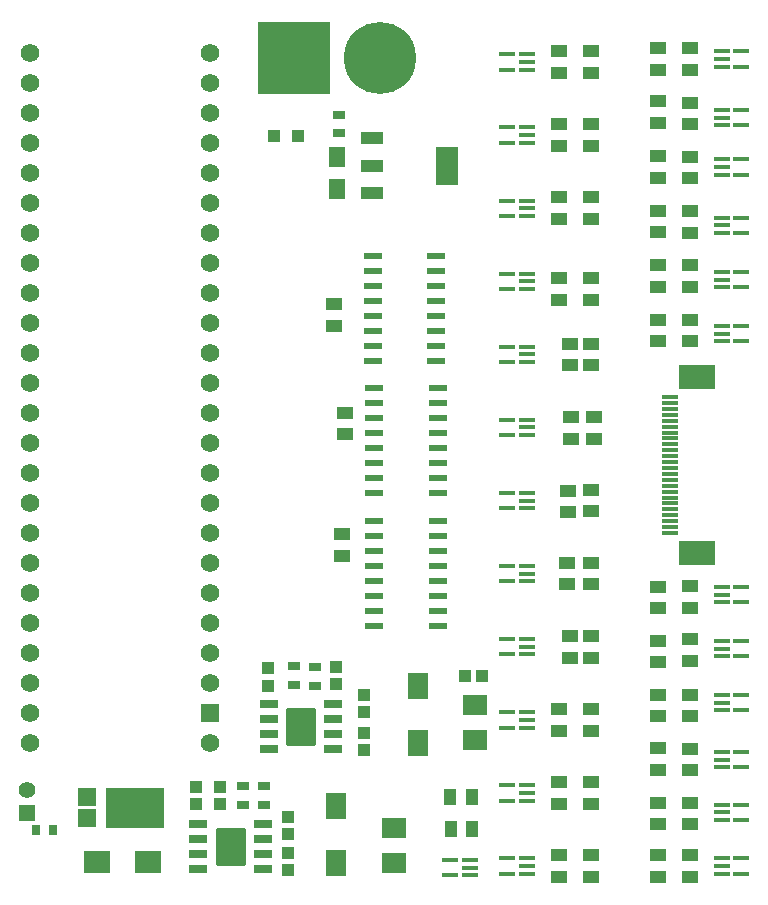
<source format=gbr>
G04*
G04 #@! TF.GenerationSoftware,Altium Limited,Altium Designer,23.5.1 (21)*
G04*
G04 Layer_Color=8388736*
%FSLAX25Y25*%
%MOIN*%
G70*
G04*
G04 #@! TF.SameCoordinates,62E66B6F-0332-4FDC-AC1A-6E2C05ECB38F*
G04*
G04*
G04 #@! TF.FilePolarity,Negative*
G04*
G01*
G75*
%ADD16R,0.05800X0.04400*%
%ADD17R,0.05764X0.01624*%
%ADD20R,0.04400X0.05800*%
%ADD21R,0.05906X0.02362*%
%ADD29R,0.02559X0.03543*%
%ADD36R,0.07890X0.06510*%
%ADD37R,0.05315X0.01575*%
%ADD38R,0.12205X0.08268*%
G04:AMPARAMS|DCode=39|XSize=98.49mil|YSize=126.05mil|CornerRadius=3.89mil|HoleSize=0mil|Usage=FLASHONLY|Rotation=180.000|XOffset=0mil|YOffset=0mil|HoleType=Round|Shape=RoundedRectangle|*
%AMROUNDEDRECTD39*
21,1,0.09849,0.11827,0,0,180.0*
21,1,0.09071,0.12605,0,0,180.0*
1,1,0.00778,-0.04535,0.05913*
1,1,0.00778,0.04535,0.05913*
1,1,0.00778,0.04535,-0.05913*
1,1,0.00778,-0.04535,-0.05913*
%
%ADD39ROUNDEDRECTD39*%
G04:AMPARAMS|DCode=40|XSize=27.62mil|YSize=61.09mil|CornerRadius=4.01mil|HoleSize=0mil|Usage=FLASHONLY|Rotation=270.000|XOffset=0mil|YOffset=0mil|HoleType=Round|Shape=RoundedRectangle|*
%AMROUNDEDRECTD40*
21,1,0.02762,0.05307,0,0,270.0*
21,1,0.01961,0.06109,0,0,270.0*
1,1,0.00802,-0.02653,-0.00980*
1,1,0.00802,-0.02653,0.00980*
1,1,0.00802,0.02653,0.00980*
1,1,0.00802,0.02653,-0.00980*
%
%ADD40ROUNDEDRECTD40*%
%ADD41R,0.03943X0.03156*%
%ADD42R,0.04337X0.04337*%
%ADD43R,0.07093X0.08865*%
%ADD44R,0.07290X0.04140*%
%ADD45R,0.07290X0.12998*%
%ADD46R,0.05912X0.05872*%
%ADD47R,0.19534X0.13628*%
%ADD48R,0.08668X0.07487*%
%ADD49R,0.05518X0.07093*%
%ADD50R,0.04101X0.02526*%
%ADD51R,0.04337X0.04337*%
%ADD52C,0.06181*%
%ADD53R,0.06181X0.06181*%
%ADD54C,0.05472*%
%ADD55R,0.05472X0.05472*%
%ADD56C,0.24022*%
%ADD57R,0.24022X0.24022*%
D16*
X539500Y654800D02*
D03*
Y647600D02*
D03*
Y691200D02*
D03*
Y684000D02*
D03*
X517000Y694536D02*
D03*
Y701736D02*
D03*
X518000Y597000D02*
D03*
Y604200D02*
D03*
X517000Y499627D02*
D03*
Y506827D02*
D03*
X539500Y475600D02*
D03*
Y468400D02*
D03*
Y547600D02*
D03*
Y540400D02*
D03*
Y727100D02*
D03*
Y719900D02*
D03*
X517000Y650409D02*
D03*
Y643209D02*
D03*
Y548354D02*
D03*
Y555554D02*
D03*
Y450900D02*
D03*
Y458100D02*
D03*
X539500Y511600D02*
D03*
Y504400D02*
D03*
X431500Y634500D02*
D03*
Y641700D02*
D03*
X435000Y598400D02*
D03*
Y605600D02*
D03*
X539500Y709400D02*
D03*
Y702200D02*
D03*
X517000Y670173D02*
D03*
Y677373D02*
D03*
X539500Y636600D02*
D03*
Y629400D02*
D03*
X517000Y572718D02*
D03*
Y579918D02*
D03*
Y475264D02*
D03*
Y482464D02*
D03*
X539500Y493700D02*
D03*
Y486500D02*
D03*
X434000Y557900D02*
D03*
Y565100D02*
D03*
X517000Y718900D02*
D03*
Y726100D02*
D03*
Y621445D02*
D03*
Y628645D02*
D03*
X539500Y673000D02*
D03*
Y665800D02*
D03*
X517000Y523991D02*
D03*
Y531191D02*
D03*
X539500Y450900D02*
D03*
Y458100D02*
D03*
Y529600D02*
D03*
Y522400D02*
D03*
X550000Y690900D02*
D03*
Y683700D02*
D03*
X506500Y694536D02*
D03*
Y701736D02*
D03*
X510500Y596900D02*
D03*
Y604100D02*
D03*
X506500Y499627D02*
D03*
Y506827D02*
D03*
X550000Y475600D02*
D03*
Y468400D02*
D03*
Y547876D02*
D03*
Y540676D02*
D03*
Y654700D02*
D03*
Y647500D02*
D03*
Y727100D02*
D03*
Y719900D02*
D03*
X506500Y650409D02*
D03*
Y643209D02*
D03*
X509000Y548400D02*
D03*
Y555600D02*
D03*
X506500Y450900D02*
D03*
Y458100D02*
D03*
X550000Y511600D02*
D03*
Y504400D02*
D03*
Y709000D02*
D03*
Y701800D02*
D03*
X506500Y670173D02*
D03*
Y677373D02*
D03*
X550000Y636600D02*
D03*
Y629400D02*
D03*
X509500Y572400D02*
D03*
Y579600D02*
D03*
X506500Y475264D02*
D03*
Y482464D02*
D03*
X550000Y493600D02*
D03*
Y486400D02*
D03*
X506500Y718900D02*
D03*
Y726100D02*
D03*
X510000Y621400D02*
D03*
Y628600D02*
D03*
X550000Y672800D02*
D03*
Y665600D02*
D03*
X510000Y523900D02*
D03*
Y531100D02*
D03*
X550000Y450900D02*
D03*
Y458100D02*
D03*
Y530100D02*
D03*
Y522900D02*
D03*
D17*
X567229Y457059D02*
D03*
Y451941D02*
D03*
X560771D02*
D03*
Y454500D02*
D03*
Y457059D02*
D03*
X489271Y451941D02*
D03*
Y457059D02*
D03*
X495729D02*
D03*
Y454500D02*
D03*
Y451941D02*
D03*
X567229Y547559D02*
D03*
Y542441D02*
D03*
X560771D02*
D03*
Y545000D02*
D03*
Y547559D02*
D03*
X567229Y690059D02*
D03*
Y684941D02*
D03*
X560771D02*
D03*
Y687500D02*
D03*
Y690059D02*
D03*
X489271Y695577D02*
D03*
Y700695D02*
D03*
X495729D02*
D03*
Y698136D02*
D03*
Y695577D02*
D03*
X489271Y598123D02*
D03*
Y603241D02*
D03*
X495729D02*
D03*
Y600682D02*
D03*
Y598123D02*
D03*
X489271Y500668D02*
D03*
Y505786D02*
D03*
X495729D02*
D03*
Y503227D02*
D03*
Y500668D02*
D03*
X567229Y475000D02*
D03*
Y469882D02*
D03*
X560771D02*
D03*
Y472441D02*
D03*
Y475000D02*
D03*
X567229Y652559D02*
D03*
Y647441D02*
D03*
X560771D02*
D03*
Y650000D02*
D03*
Y652559D02*
D03*
X567229Y726059D02*
D03*
Y720941D02*
D03*
X560771D02*
D03*
Y723500D02*
D03*
Y726059D02*
D03*
X489271Y646850D02*
D03*
Y651968D02*
D03*
X495729D02*
D03*
Y649409D02*
D03*
Y646850D02*
D03*
X489271Y549396D02*
D03*
Y554514D02*
D03*
X495729D02*
D03*
Y551955D02*
D03*
Y549396D02*
D03*
X567229Y511500D02*
D03*
Y506382D02*
D03*
X560771D02*
D03*
Y508941D02*
D03*
Y511500D02*
D03*
X567229Y706559D02*
D03*
Y701441D02*
D03*
X560771D02*
D03*
Y704000D02*
D03*
Y706559D02*
D03*
X489271Y671214D02*
D03*
Y676332D02*
D03*
X495729D02*
D03*
Y673773D02*
D03*
Y671214D02*
D03*
X567229Y634500D02*
D03*
Y629382D02*
D03*
X560771D02*
D03*
Y631941D02*
D03*
Y634500D02*
D03*
X489271Y573759D02*
D03*
Y578877D02*
D03*
X495729D02*
D03*
Y576318D02*
D03*
Y573759D02*
D03*
X489271Y476305D02*
D03*
Y481423D02*
D03*
X495729D02*
D03*
Y478864D02*
D03*
Y476305D02*
D03*
X567229Y492559D02*
D03*
Y487441D02*
D03*
X560771D02*
D03*
Y490000D02*
D03*
Y492559D02*
D03*
X489271Y719941D02*
D03*
Y725059D02*
D03*
X495729D02*
D03*
Y722500D02*
D03*
Y719941D02*
D03*
X489271Y622486D02*
D03*
Y627604D02*
D03*
X495729D02*
D03*
Y625045D02*
D03*
Y622486D02*
D03*
X567229Y670618D02*
D03*
Y665500D02*
D03*
X560771D02*
D03*
Y668059D02*
D03*
Y670618D02*
D03*
X489271Y525032D02*
D03*
Y530150D02*
D03*
X495729D02*
D03*
Y527591D02*
D03*
Y525032D02*
D03*
X567229Y529559D02*
D03*
Y524441D02*
D03*
X560771D02*
D03*
Y527000D02*
D03*
Y529559D02*
D03*
X470271Y451441D02*
D03*
Y456559D02*
D03*
X476729D02*
D03*
Y454000D02*
D03*
Y451441D02*
D03*
D20*
X477600Y467000D02*
D03*
X470400D02*
D03*
X470300Y477500D02*
D03*
X477500D02*
D03*
D21*
X444370Y623000D02*
D03*
Y628000D02*
D03*
Y633000D02*
D03*
Y638000D02*
D03*
Y643000D02*
D03*
Y648000D02*
D03*
Y653000D02*
D03*
Y658000D02*
D03*
X465630D02*
D03*
Y653000D02*
D03*
Y648000D02*
D03*
Y643000D02*
D03*
Y638000D02*
D03*
Y633000D02*
D03*
Y628000D02*
D03*
Y623000D02*
D03*
X444870Y579000D02*
D03*
Y584000D02*
D03*
Y589000D02*
D03*
Y594000D02*
D03*
Y599000D02*
D03*
Y604000D02*
D03*
Y609000D02*
D03*
Y614000D02*
D03*
X466130D02*
D03*
Y609000D02*
D03*
Y604000D02*
D03*
Y599000D02*
D03*
Y594000D02*
D03*
Y589000D02*
D03*
Y584000D02*
D03*
Y579000D02*
D03*
X444740Y534500D02*
D03*
Y539500D02*
D03*
Y544500D02*
D03*
Y549500D02*
D03*
Y554500D02*
D03*
Y559500D02*
D03*
Y564500D02*
D03*
Y569500D02*
D03*
X466000D02*
D03*
Y564500D02*
D03*
Y559500D02*
D03*
Y554500D02*
D03*
Y549500D02*
D03*
Y544500D02*
D03*
Y539500D02*
D03*
Y534500D02*
D03*
D29*
X337854Y466500D02*
D03*
X332146D02*
D03*
D36*
X478500Y496500D02*
D03*
Y508117D02*
D03*
X451500Y467117D02*
D03*
Y455500D02*
D03*
D37*
X543500Y565536D02*
D03*
Y567504D02*
D03*
Y569473D02*
D03*
Y571441D02*
D03*
Y573410D02*
D03*
Y575378D02*
D03*
Y577347D02*
D03*
Y579315D02*
D03*
Y581284D02*
D03*
Y583252D02*
D03*
Y585221D02*
D03*
Y587189D02*
D03*
Y589158D02*
D03*
Y591126D02*
D03*
Y593095D02*
D03*
Y595063D02*
D03*
Y597032D02*
D03*
Y599000D02*
D03*
Y600969D02*
D03*
Y602937D02*
D03*
Y604906D02*
D03*
Y606874D02*
D03*
Y608843D02*
D03*
Y610811D02*
D03*
D38*
X552653Y617465D02*
D03*
Y558882D02*
D03*
D39*
X397000Y461000D02*
D03*
X420500Y501000D02*
D03*
D40*
X407728Y453500D02*
D03*
Y458500D02*
D03*
Y463500D02*
D03*
Y468500D02*
D03*
X386272Y453500D02*
D03*
Y458500D02*
D03*
Y463500D02*
D03*
Y468500D02*
D03*
X431228Y493500D02*
D03*
Y498500D02*
D03*
Y503500D02*
D03*
Y508500D02*
D03*
X409772Y493500D02*
D03*
Y498500D02*
D03*
Y503500D02*
D03*
Y508500D02*
D03*
D41*
X418000Y514744D02*
D03*
Y521256D02*
D03*
X408000Y474744D02*
D03*
Y481256D02*
D03*
X401000Y481256D02*
D03*
Y474744D02*
D03*
X425000Y521000D02*
D03*
Y514488D02*
D03*
D42*
X419500Y698000D02*
D03*
X411500D02*
D03*
X441500Y511500D02*
D03*
Y505776D02*
D03*
X432000Y520862D02*
D03*
Y515138D02*
D03*
X409500Y514638D02*
D03*
Y520362D02*
D03*
X441500Y498862D02*
D03*
Y493138D02*
D03*
X393500Y480862D02*
D03*
Y475138D02*
D03*
X416000Y458862D02*
D03*
Y453138D02*
D03*
Y465138D02*
D03*
Y470862D02*
D03*
X385500Y475276D02*
D03*
Y481000D02*
D03*
D43*
X459500Y514449D02*
D03*
Y495551D02*
D03*
X432000Y474449D02*
D03*
Y455551D02*
D03*
D44*
X444197Y697055D02*
D03*
Y688000D02*
D03*
Y678945D02*
D03*
D45*
X469000Y688000D02*
D03*
D46*
X349323Y470378D02*
D03*
Y477622D02*
D03*
D47*
X365000Y474000D02*
D03*
D48*
X352339Y456000D02*
D03*
X369661D02*
D03*
D49*
X432500Y690815D02*
D03*
Y680185D02*
D03*
D50*
X433000Y698701D02*
D03*
Y705000D02*
D03*
D51*
X480862Y518000D02*
D03*
X475138D02*
D03*
D52*
X390000Y725500D02*
D03*
Y715500D02*
D03*
Y705500D02*
D03*
Y695500D02*
D03*
Y685500D02*
D03*
Y675500D02*
D03*
Y665500D02*
D03*
Y655500D02*
D03*
Y645500D02*
D03*
Y495500D02*
D03*
X330000Y525500D02*
D03*
Y535500D02*
D03*
Y545500D02*
D03*
Y555500D02*
D03*
Y565500D02*
D03*
Y575500D02*
D03*
Y585500D02*
D03*
Y595500D02*
D03*
Y605500D02*
D03*
Y615500D02*
D03*
Y625500D02*
D03*
Y635500D02*
D03*
Y515500D02*
D03*
Y505500D02*
D03*
Y495500D02*
D03*
Y645500D02*
D03*
Y655500D02*
D03*
Y665500D02*
D03*
Y675500D02*
D03*
Y685500D02*
D03*
Y695500D02*
D03*
Y705500D02*
D03*
Y715500D02*
D03*
Y725500D02*
D03*
X390000Y635500D02*
D03*
Y625500D02*
D03*
Y615500D02*
D03*
Y605500D02*
D03*
Y595500D02*
D03*
Y585500D02*
D03*
Y575500D02*
D03*
Y565500D02*
D03*
Y555500D02*
D03*
Y545500D02*
D03*
Y535500D02*
D03*
Y525500D02*
D03*
Y515500D02*
D03*
D53*
Y505500D02*
D03*
D54*
X329000Y479937D02*
D03*
D55*
Y472063D02*
D03*
D56*
X446673Y724000D02*
D03*
D57*
X418327D02*
D03*
M02*

</source>
